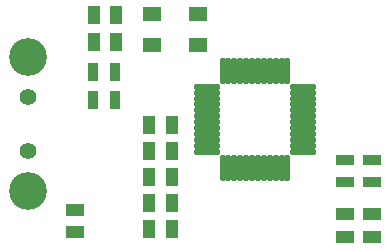
<source format=gbr>
%FSLAX43Y43*%
%MOMM*%
G71*
G01*
G75*
G04 Layer_Color=16711935*
%ADD10R,2.700X1.000*%
%ADD11R,0.762X1.372*%
%ADD12R,0.650X1.100*%
%ADD13R,0.864X1.372*%
%ADD14R,1.372X0.762*%
%ADD15R,2.032X2.032*%
%ADD16R,1.372X0.864*%
%ADD17C,0.200*%
%ADD18C,1.200*%
%ADD19C,3.000*%
%ADD20C,0.800*%
%ADD21O,2.100X0.300*%
%ADD22O,0.300X2.100*%
%ADD23R,1.300X1.000*%
%ADD24C,0.250*%
%ADD25C,0.508*%
%ADD26C,0.152*%
%ADD27R,2.903X1.203*%
%ADD28R,0.965X1.575*%
%ADD29R,0.853X1.303*%
%ADD30R,1.067X1.575*%
%ADD31R,1.575X0.965*%
%ADD32R,2.235X2.235*%
%ADD33R,1.575X1.067*%
%ADD34C,1.403*%
%ADD35C,3.203*%
%ADD36O,2.303X0.503*%
%ADD37O,0.503X2.303*%
%ADD38R,1.503X1.203*%
D28*
X22052Y14900D02*
D03*
X20147D02*
D03*
X22052Y12500D02*
D03*
X20147D02*
D03*
D30*
X26853Y3800D02*
D03*
X24948D02*
D03*
X26853Y1600D02*
D03*
X24948D02*
D03*
X26853Y6000D02*
D03*
X24948D02*
D03*
X26853Y8200D02*
D03*
X24948D02*
D03*
X26853Y10400D02*
D03*
X24948D02*
D03*
X22153Y17400D02*
D03*
X20247D02*
D03*
X22153Y19700D02*
D03*
X20247D02*
D03*
D31*
X43800Y7452D02*
D03*
Y5548D02*
D03*
X41500Y7452D02*
D03*
Y5548D02*
D03*
D33*
X43800Y2852D02*
D03*
Y947D02*
D03*
X41500Y2852D02*
D03*
Y947D02*
D03*
X18700Y3253D02*
D03*
Y1347D02*
D03*
D34*
X14700Y8250D02*
D03*
Y12750D02*
D03*
D35*
Y4800D02*
D03*
Y16200D02*
D03*
D36*
X29800Y13650D02*
D03*
Y13150D02*
D03*
Y12650D02*
D03*
Y12150D02*
D03*
Y11650D02*
D03*
Y11150D02*
D03*
Y10650D02*
D03*
Y10150D02*
D03*
Y9650D02*
D03*
Y9150D02*
D03*
Y8650D02*
D03*
Y8150D02*
D03*
X38000D02*
D03*
Y8650D02*
D03*
Y9150D02*
D03*
Y9650D02*
D03*
Y10150D02*
D03*
Y10650D02*
D03*
Y11150D02*
D03*
Y11650D02*
D03*
Y12150D02*
D03*
Y12650D02*
D03*
Y13150D02*
D03*
Y13650D02*
D03*
D37*
X31150Y6800D02*
D03*
X31650D02*
D03*
X32150D02*
D03*
X32650D02*
D03*
X33150D02*
D03*
X33650D02*
D03*
X34150D02*
D03*
X34650D02*
D03*
X35150D02*
D03*
X35650D02*
D03*
X36150D02*
D03*
X36650D02*
D03*
Y15000D02*
D03*
X36150D02*
D03*
X35650D02*
D03*
X35150D02*
D03*
X34650D02*
D03*
X34150D02*
D03*
X33650D02*
D03*
X33150D02*
D03*
X32650D02*
D03*
X32150D02*
D03*
X31650D02*
D03*
X31150D02*
D03*
D38*
X25150Y19800D02*
D03*
X29050D02*
D03*
Y17200D02*
D03*
X25150D02*
D03*
M02*

</source>
